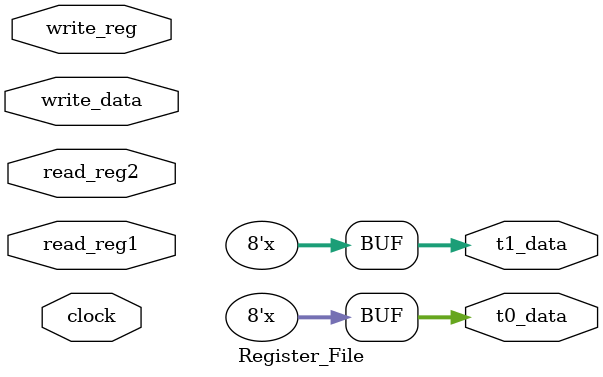
<source format=v>
`timescale 1ns / 1ps

module Register_File(
    input clock, read_reg1, read_reg2, write_reg,
    input [7:0] write_data,
    output reg [7:0] t0_data, t1_data);

    reg [7:0] t0, t1; // registers
    initial begin
        t0 = 8'b00;
        t1 = 8'b000;
    end 
    
    always @ (clock)
    begin
//        t0_data = 8'b10101010;
//        t1_data = 8'b01010101;
        if(read_reg1)
        begin
            t0_data = t1;
        end
        else
        begin
            t0_data = t0;
        end
        
        if(read_reg2)
        begin
            t1_data = t1;
        end
        else
        begin
            t1_data = t0;
        end
        
        if(write_reg)
        begin
            if(read_reg1)//Write to Reg2
            begin
                t1 = write_data;
            end
            else//Write to Reg1
            begin
                t0 = write_data;
            end
        end
        else 
        begin 
        end
    end
endmodule

</source>
